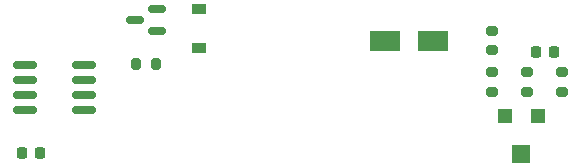
<source format=gbr>
%TF.GenerationSoftware,KiCad,Pcbnew,(6.0.6)*%
%TF.CreationDate,2022-08-22T11:18:43+02:00*%
%TF.ProjectId,nixieboi_psu,6e697869-6562-46f6-995f-7073752e6b69,rev?*%
%TF.SameCoordinates,Original*%
%TF.FileFunction,Paste,Top*%
%TF.FilePolarity,Positive*%
%FSLAX46Y46*%
G04 Gerber Fmt 4.6, Leading zero omitted, Abs format (unit mm)*
G04 Created by KiCad (PCBNEW (6.0.6)) date 2022-08-22 11:18:43*
%MOMM*%
%LPD*%
G01*
G04 APERTURE LIST*
G04 Aperture macros list*
%AMRoundRect*
0 Rectangle with rounded corners*
0 $1 Rounding radius*
0 $2 $3 $4 $5 $6 $7 $8 $9 X,Y pos of 4 corners*
0 Add a 4 corners polygon primitive as box body*
4,1,4,$2,$3,$4,$5,$6,$7,$8,$9,$2,$3,0*
0 Add four circle primitives for the rounded corners*
1,1,$1+$1,$2,$3*
1,1,$1+$1,$4,$5*
1,1,$1+$1,$6,$7*
1,1,$1+$1,$8,$9*
0 Add four rect primitives between the rounded corners*
20,1,$1+$1,$2,$3,$4,$5,0*
20,1,$1+$1,$4,$5,$6,$7,0*
20,1,$1+$1,$6,$7,$8,$9,0*
20,1,$1+$1,$8,$9,$2,$3,0*%
G04 Aperture macros list end*
%ADD10RoundRect,0.150000X-0.825000X-0.150000X0.825000X-0.150000X0.825000X0.150000X-0.825000X0.150000X0*%
%ADD11RoundRect,0.200000X0.200000X0.275000X-0.200000X0.275000X-0.200000X-0.275000X0.200000X-0.275000X0*%
%ADD12RoundRect,0.150000X0.587500X0.150000X-0.587500X0.150000X-0.587500X-0.150000X0.587500X-0.150000X0*%
%ADD13RoundRect,0.225000X0.225000X0.250000X-0.225000X0.250000X-0.225000X-0.250000X0.225000X-0.250000X0*%
%ADD14RoundRect,0.200000X-0.275000X0.200000X-0.275000X-0.200000X0.275000X-0.200000X0.275000X0.200000X0*%
%ADD15R,1.200000X1.200000*%
%ADD16R,1.600000X1.500000*%
%ADD17R,2.500000X1.800000*%
%ADD18R,1.200000X0.900000*%
G04 APERTURE END LIST*
D10*
%TO.C,U1*%
X92025000Y-67095000D03*
X92025000Y-68365000D03*
X92025000Y-69635000D03*
X92025000Y-70905000D03*
X96975000Y-70905000D03*
X96975000Y-69635000D03*
X96975000Y-68365000D03*
X96975000Y-67095000D03*
%TD*%
D11*
%TO.C,R2*%
X103075000Y-67000000D03*
X101425000Y-67000000D03*
%TD*%
D12*
%TO.C,Q2*%
X103187500Y-64200000D03*
X103187500Y-62300000D03*
X101312500Y-63250000D03*
%TD*%
D13*
%TO.C,C3*%
X136775000Y-66000000D03*
X135225000Y-66000000D03*
%TD*%
D14*
%TO.C,R1*%
X137500000Y-67675000D03*
X137500000Y-69325000D03*
%TD*%
%TO.C,R4*%
X131500000Y-64175000D03*
X131500000Y-65825000D03*
%TD*%
%TO.C,R3*%
X131500000Y-67675000D03*
X131500000Y-69325000D03*
%TD*%
D15*
%TO.C,RV1*%
X135400000Y-71380000D03*
D16*
X134000000Y-74620000D03*
D15*
X132600000Y-71380000D03*
%TD*%
D17*
%TO.C,D1*%
X126500000Y-65000000D03*
X122500000Y-65000000D03*
%TD*%
D14*
%TO.C,R5*%
X134500000Y-67675000D03*
X134500000Y-69325000D03*
%TD*%
D13*
%TO.C,C2*%
X93275000Y-74500000D03*
X91725000Y-74500000D03*
%TD*%
D18*
%TO.C,D2*%
X106750000Y-62350000D03*
X106750000Y-65650000D03*
%TD*%
M02*

</source>
